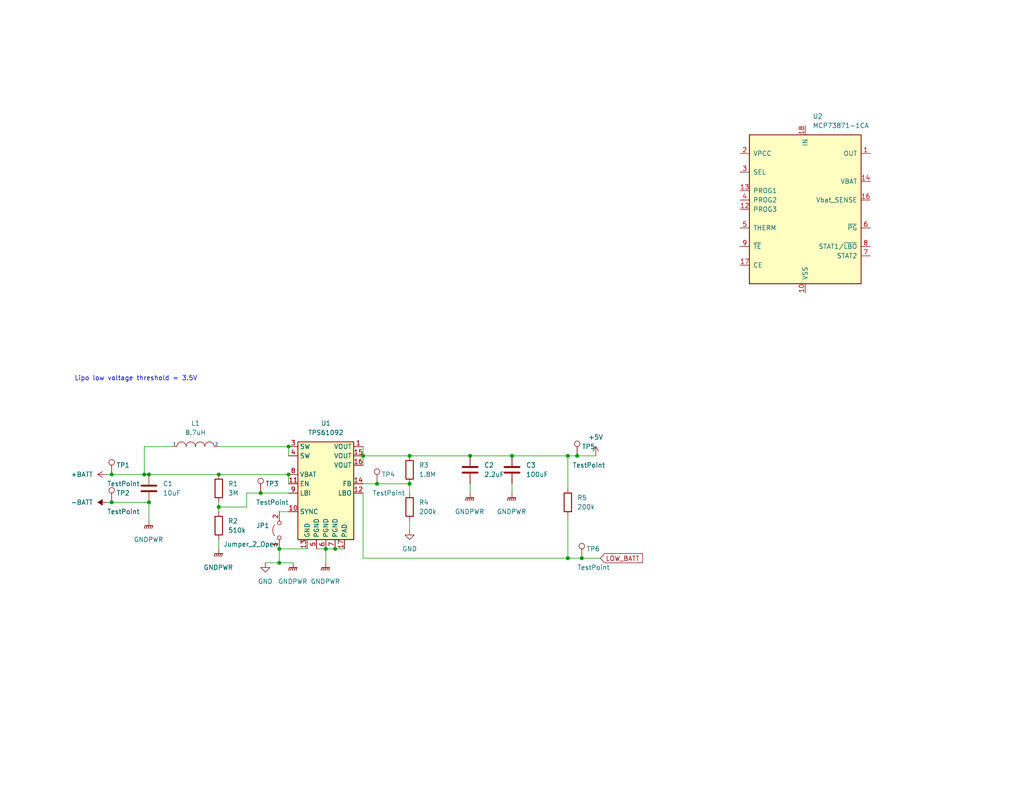
<source format=kicad_sch>
(kicad_sch (version 20211123) (generator eeschema)

  (uuid 9538e4ed-27e6-4c37-b989-9859dc0d49e8)

  (paper "USLetter")

  (title_block
    (rev "1")
    (comment 1 "Designed for OSH Park 2 Layer Prototype")
  )

  (lib_symbols
    (symbol "Battery_Management:MCP73871-1CA" (pin_names (offset 1.016)) (in_bom yes) (on_board yes)
      (property "Reference" "U" (id 0) (at -7.62 24.13 0)
        (effects (font (size 1.27 1.27)) (justify left))
      )
      (property "Value" "MCP73871-1CA" (id 1) (at -15.24 21.59 0)
        (effects (font (size 1.27 1.27)) (justify left))
      )
      (property "Footprint" "Package_DFN_QFN:QFN-20-1EP_4x4mm_P0.5mm_EP2.5x2.5mm" (id 2) (at 5.08 -22.86 0)
        (effects (font (size 1.27 1.27) italic) (justify left) hide)
      )
      (property "Datasheet" "http://www.mouser.com/ds/2/268/22090a-52174.pdf" (id 3) (at -3.81 13.97 0)
        (effects (font (size 1.27 1.27)) hide)
      )
      (property "ki_keywords" "battery charger lithium" (id 4) (at 0 0 0)
        (effects (font (size 1.27 1.27)) hide)
      )
      (property "ki_description" "Single cell, Li-Ion/Li-Po charge management controller, 4.10V, 6h safety timer" (id 5) (at 0 0 0)
        (effects (font (size 1.27 1.27)) hide)
      )
      (property "ki_fp_filters" "QFN*4x4mm*P0.5mm*" (id 6) (at 0 0 0)
        (effects (font (size 1.27 1.27)) hide)
      )
      (symbol "MCP73871-1CA_0_1"
        (rectangle (start -15.24 20.32) (end 15.24 -20.32)
          (stroke (width 0.254) (type default) (color 0 0 0 0))
          (fill (type background))
        )
      )
      (symbol "MCP73871-1CA_1_1"
        (pin power_out line (at 17.78 15.24 180) (length 2.54)
          (name "OUT" (effects (font (size 1.27 1.27))))
          (number "1" (effects (font (size 1.27 1.27))))
        )
        (pin power_in line (at 0 -22.86 90) (length 2.54)
          (name "VSS" (effects (font (size 1.27 1.27))))
          (number "10" (effects (font (size 1.27 1.27))))
        )
        (pin passive line (at 0 -22.86 90) (length 2.54) hide
          (name "VSS" (effects (font (size 1.27 1.27))))
          (number "11" (effects (font (size 1.27 1.27))))
        )
        (pin bidirectional line (at -17.78 0 0) (length 2.54)
          (name "PROG3" (effects (font (size 1.27 1.27))))
          (number "12" (effects (font (size 1.27 1.27))))
        )
        (pin bidirectional line (at -17.78 5.08 0) (length 2.54)
          (name "PROG1" (effects (font (size 1.27 1.27))))
          (number "13" (effects (font (size 1.27 1.27))))
        )
        (pin power_out line (at 17.78 7.62 180) (length 2.54)
          (name "VBAT" (effects (font (size 1.27 1.27))))
          (number "14" (effects (font (size 1.27 1.27))))
        )
        (pin passive line (at 17.78 7.62 180) (length 2.54) hide
          (name "VBAT" (effects (font (size 1.27 1.27))))
          (number "15" (effects (font (size 1.27 1.27))))
        )
        (pin input line (at 17.78 2.54 180) (length 2.54)
          (name "Vbat_SENSE" (effects (font (size 1.27 1.27))))
          (number "16" (effects (font (size 1.27 1.27))))
        )
        (pin input line (at -17.78 -15.24 0) (length 2.54)
          (name "CE" (effects (font (size 1.27 1.27))))
          (number "17" (effects (font (size 1.27 1.27))))
        )
        (pin power_in line (at 0 22.86 270) (length 2.54)
          (name "IN" (effects (font (size 1.27 1.27))))
          (number "18" (effects (font (size 1.27 1.27))))
        )
        (pin passive line (at 0 22.86 270) (length 2.54) hide
          (name "IN" (effects (font (size 1.27 1.27))))
          (number "19" (effects (font (size 1.27 1.27))))
        )
        (pin input line (at -17.78 15.24 0) (length 2.54)
          (name "VPCC" (effects (font (size 1.27 1.27))))
          (number "2" (effects (font (size 1.27 1.27))))
        )
        (pin passive line (at 17.78 15.24 180) (length 2.54) hide
          (name "OUT" (effects (font (size 1.27 1.27))))
          (number "20" (effects (font (size 1.27 1.27))))
        )
        (pin passive line (at 0 -22.86 90) (length 2.54) hide
          (name "VSS" (effects (font (size 1.27 1.27))))
          (number "21" (effects (font (size 1.27 1.27))))
        )
        (pin input line (at -17.78 10.16 0) (length 2.54)
          (name "SEL" (effects (font (size 1.27 1.27))))
          (number "3" (effects (font (size 1.27 1.27))))
        )
        (pin input line (at -17.78 2.54 0) (length 2.54)
          (name "PROG2" (effects (font (size 1.27 1.27))))
          (number "4" (effects (font (size 1.27 1.27))))
        )
        (pin bidirectional line (at -17.78 -5.08 0) (length 2.54)
          (name "THERM" (effects (font (size 1.27 1.27))))
          (number "5" (effects (font (size 1.27 1.27))))
        )
        (pin open_collector line (at 17.78 -5.08 180) (length 2.54)
          (name "~{PG}" (effects (font (size 1.27 1.27))))
          (number "6" (effects (font (size 1.27 1.27))))
        )
        (pin open_collector line (at 17.78 -12.7 180) (length 2.54)
          (name "STAT2" (effects (font (size 1.27 1.27))))
          (number "7" (effects (font (size 1.27 1.27))))
        )
        (pin open_collector line (at 17.78 -10.16 180) (length 2.54)
          (name "STAT1/~{LBO}" (effects (font (size 1.27 1.27))))
          (number "8" (effects (font (size 1.27 1.27))))
        )
        (pin input line (at -17.78 -10.16 0) (length 2.54)
          (name "~{TE}" (effects (font (size 1.27 1.27))))
          (number "9" (effects (font (size 1.27 1.27))))
        )
      )
    )
    (symbol "Connector:TestPoint" (pin_numbers hide) (pin_names (offset 0.762) hide) (in_bom yes) (on_board yes)
      (property "Reference" "TP" (id 0) (at 0 6.858 0)
        (effects (font (size 1.27 1.27)))
      )
      (property "Value" "TestPoint" (id 1) (at 0 5.08 0)
        (effects (font (size 1.27 1.27)))
      )
      (property "Footprint" "" (id 2) (at 5.08 0 0)
        (effects (font (size 1.27 1.27)) hide)
      )
      (property "Datasheet" "~" (id 3) (at 5.08 0 0)
        (effects (font (size 1.27 1.27)) hide)
      )
      (property "ki_keywords" "test point tp" (id 4) (at 0 0 0)
        (effects (font (size 1.27 1.27)) hide)
      )
      (property "ki_description" "test point" (id 5) (at 0 0 0)
        (effects (font (size 1.27 1.27)) hide)
      )
      (property "ki_fp_filters" "Pin* Test*" (id 6) (at 0 0 0)
        (effects (font (size 1.27 1.27)) hide)
      )
      (symbol "TestPoint_0_1"
        (circle (center 0 3.302) (radius 0.762)
          (stroke (width 0) (type default) (color 0 0 0 0))
          (fill (type none))
        )
      )
      (symbol "TestPoint_1_1"
        (pin passive line (at 0 0 90) (length 2.54)
          (name "1" (effects (font (size 1.27 1.27))))
          (number "1" (effects (font (size 1.27 1.27))))
        )
      )
    )
    (symbol "Device:C" (pin_numbers hide) (pin_names (offset 0.254)) (in_bom yes) (on_board yes)
      (property "Reference" "C" (id 0) (at 0.635 2.54 0)
        (effects (font (size 1.27 1.27)) (justify left))
      )
      (property "Value" "C" (id 1) (at 0.635 -2.54 0)
        (effects (font (size 1.27 1.27)) (justify left))
      )
      (property "Footprint" "" (id 2) (at 0.9652 -3.81 0)
        (effects (font (size 1.27 1.27)) hide)
      )
      (property "Datasheet" "~" (id 3) (at 0 0 0)
        (effects (font (size 1.27 1.27)) hide)
      )
      (property "ki_keywords" "cap capacitor" (id 4) (at 0 0 0)
        (effects (font (size 1.27 1.27)) hide)
      )
      (property "ki_description" "Unpolarized capacitor" (id 5) (at 0 0 0)
        (effects (font (size 1.27 1.27)) hide)
      )
      (property "ki_fp_filters" "C_*" (id 6) (at 0 0 0)
        (effects (font (size 1.27 1.27)) hide)
      )
      (symbol "C_0_1"
        (polyline
          (pts
            (xy -2.032 -0.762)
            (xy 2.032 -0.762)
          )
          (stroke (width 0.508) (type default) (color 0 0 0 0))
          (fill (type none))
        )
        (polyline
          (pts
            (xy -2.032 0.762)
            (xy 2.032 0.762)
          )
          (stroke (width 0.508) (type default) (color 0 0 0 0))
          (fill (type none))
        )
      )
      (symbol "C_1_1"
        (pin passive line (at 0 3.81 270) (length 2.794)
          (name "~" (effects (font (size 1.27 1.27))))
          (number "1" (effects (font (size 1.27 1.27))))
        )
        (pin passive line (at 0 -3.81 90) (length 2.794)
          (name "~" (effects (font (size 1.27 1.27))))
          (number "2" (effects (font (size 1.27 1.27))))
        )
      )
    )
    (symbol "Device:R" (pin_numbers hide) (pin_names (offset 0)) (in_bom yes) (on_board yes)
      (property "Reference" "R" (id 0) (at 2.032 0 90)
        (effects (font (size 1.27 1.27)))
      )
      (property "Value" "R" (id 1) (at 0 0 90)
        (effects (font (size 1.27 1.27)))
      )
      (property "Footprint" "" (id 2) (at -1.778 0 90)
        (effects (font (size 1.27 1.27)) hide)
      )
      (property "Datasheet" "~" (id 3) (at 0 0 0)
        (effects (font (size 1.27 1.27)) hide)
      )
      (property "ki_keywords" "R res resistor" (id 4) (at 0 0 0)
        (effects (font (size 1.27 1.27)) hide)
      )
      (property "ki_description" "Resistor" (id 5) (at 0 0 0)
        (effects (font (size 1.27 1.27)) hide)
      )
      (property "ki_fp_filters" "R_*" (id 6) (at 0 0 0)
        (effects (font (size 1.27 1.27)) hide)
      )
      (symbol "R_0_1"
        (rectangle (start -1.016 -2.54) (end 1.016 2.54)
          (stroke (width 0.254) (type default) (color 0 0 0 0))
          (fill (type none))
        )
      )
      (symbol "R_1_1"
        (pin passive line (at 0 3.81 270) (length 1.27)
          (name "~" (effects (font (size 1.27 1.27))))
          (number "1" (effects (font (size 1.27 1.27))))
        )
        (pin passive line (at 0 -3.81 90) (length 1.27)
          (name "~" (effects (font (size 1.27 1.27))))
          (number "2" (effects (font (size 1.27 1.27))))
        )
      )
    )
    (symbol "Jumper:Jumper_2_Open" (pin_names (offset 0) hide) (in_bom yes) (on_board yes)
      (property "Reference" "JP" (id 0) (at 0 2.794 0)
        (effects (font (size 1.27 1.27)))
      )
      (property "Value" "Jumper_2_Open" (id 1) (at 0 -2.286 0)
        (effects (font (size 1.27 1.27)))
      )
      (property "Footprint" "" (id 2) (at 0 0 0)
        (effects (font (size 1.27 1.27)) hide)
      )
      (property "Datasheet" "~" (id 3) (at 0 0 0)
        (effects (font (size 1.27 1.27)) hide)
      )
      (property "ki_keywords" "Jumper SPST" (id 4) (at 0 0 0)
        (effects (font (size 1.27 1.27)) hide)
      )
      (property "ki_description" "Jumper, 2-pole, open" (id 5) (at 0 0 0)
        (effects (font (size 1.27 1.27)) hide)
      )
      (property "ki_fp_filters" "Jumper* TestPoint*2Pads* TestPoint*Bridge*" (id 6) (at 0 0 0)
        (effects (font (size 1.27 1.27)) hide)
      )
      (symbol "Jumper_2_Open_0_0"
        (circle (center -2.032 0) (radius 0.508)
          (stroke (width 0) (type default) (color 0 0 0 0))
          (fill (type none))
        )
        (circle (center 2.032 0) (radius 0.508)
          (stroke (width 0) (type default) (color 0 0 0 0))
          (fill (type none))
        )
      )
      (symbol "Jumper_2_Open_0_1"
        (arc (start 1.524 1.27) (mid 0 1.778) (end -1.524 1.27)
          (stroke (width 0) (type default) (color 0 0 0 0))
          (fill (type none))
        )
      )
      (symbol "Jumper_2_Open_1_1"
        (pin passive line (at -5.08 0 0) (length 2.54)
          (name "A" (effects (font (size 1.27 1.27))))
          (number "1" (effects (font (size 1.27 1.27))))
        )
        (pin passive line (at 5.08 0 180) (length 2.54)
          (name "B" (effects (font (size 1.27 1.27))))
          (number "2" (effects (font (size 1.27 1.27))))
        )
      )
    )
    (symbol "Regulator_Switching:TPS61092" (in_bom yes) (on_board yes)
      (property "Reference" "U" (id 0) (at -7.62 15.24 0)
        (effects (font (size 1.27 1.27)) (justify left))
      )
      (property "Value" "TPS61092" (id 1) (at 1.27 15.24 0)
        (effects (font (size 1.27 1.27)) (justify left))
      )
      (property "Footprint" "Package_DFN_QFN:Texas_S-PVQFN-N16_EP2.7x2.7mm_ThermalVias" (id 2) (at -24.13 -26.67 0)
        (effects (font (size 1.27 1.27)) (justify left) hide)
      )
      (property "Datasheet" "http://www.ti.com/lit/ds/symlink/tps61090.pdf" (id 3) (at 3.81 -29.21 0)
        (effects (font (size 1.27 1.27)) (justify left) hide)
      )
      (property "ki_keywords" "Fixed 5V 2A battery boost converter" (id 4) (at 0 0 0)
        (effects (font (size 1.27 1.27)) hide)
      )
      (property "ki_description" "2A Step-Up DC-DC Converter for Batteries, Isw up to 2500mA, 5V Output Voltage, QFN-16" (id 5) (at 0 0 0)
        (effects (font (size 1.27 1.27)) hide)
      )
      (property "ki_fp_filters" "Texas*S?PVQFN?N*" (id 6) (at 0 0 0)
        (effects (font (size 1.27 1.27)) hide)
      )
      (symbol "TPS61092_0_0"
        (pin power_out line (at 10.16 12.7 180) (length 2.54)
          (name "VOUT" (effects (font (size 1.27 1.27))))
          (number "1" (effects (font (size 1.27 1.27))))
        )
        (pin input line (at -10.16 -5.08 0) (length 2.54)
          (name "SYNC" (effects (font (size 1.27 1.27))))
          (number "10" (effects (font (size 1.27 1.27))))
        )
        (pin input line (at -10.16 2.54 0) (length 2.54)
          (name "EN" (effects (font (size 1.27 1.27))))
          (number "11" (effects (font (size 1.27 1.27))))
        )
        (pin open_collector line (at 10.16 0 180) (length 2.54)
          (name "LBO" (effects (font (size 1.27 1.27))))
          (number "12" (effects (font (size 1.27 1.27))))
        )
        (pin power_in line (at -5.08 -15.24 90) (length 2.54)
          (name "GND" (effects (font (size 1.27 1.27))))
          (number "13" (effects (font (size 1.27 1.27))))
        )
        (pin input line (at 10.16 2.54 180) (length 2.54)
          (name "FB" (effects (font (size 1.27 1.27))))
          (number "14" (effects (font (size 1.27 1.27))))
        )
        (pin passive line (at 10.16 10.16 180) (length 2.54)
          (name "VOUT" (effects (font (size 1.27 1.27))))
          (number "15" (effects (font (size 1.27 1.27))))
        )
        (pin passive line (at 10.16 7.62 180) (length 2.54)
          (name "VOUT" (effects (font (size 1.27 1.27))))
          (number "16" (effects (font (size 1.27 1.27))))
        )
        (pin power_in line (at 5.08 -15.24 90) (length 2.54)
          (name "PAD" (effects (font (size 1.27 1.27))))
          (number "17" (effects (font (size 1.27 1.27))))
        )
        (pin no_connect line (at 10.16 -5.08 180) (length 2.54) hide
          (name "NC" (effects (font (size 1.27 1.27))))
          (number "2" (effects (font (size 1.27 1.27))))
        )
        (pin passive line (at -10.16 12.7 0) (length 2.54)
          (name "SW" (effects (font (size 1.27 1.27))))
          (number "3" (effects (font (size 1.27 1.27))))
        )
        (pin passive line (at -10.16 10.16 0) (length 2.54)
          (name "SW" (effects (font (size 1.27 1.27))))
          (number "4" (effects (font (size 1.27 1.27))))
        )
        (pin power_in line (at -2.54 -15.24 90) (length 2.54)
          (name "PGND" (effects (font (size 1.27 1.27))))
          (number "5" (effects (font (size 1.27 1.27))))
        )
        (pin power_in line (at 0 -15.24 90) (length 2.54)
          (name "PGND" (effects (font (size 1.27 1.27))))
          (number "6" (effects (font (size 1.27 1.27))))
        )
        (pin power_in line (at 2.54 -15.24 90) (length 2.54)
          (name "PGND" (effects (font (size 1.27 1.27))))
          (number "7" (effects (font (size 1.27 1.27))))
        )
        (pin power_in line (at -10.16 5.08 0) (length 2.54)
          (name "VBAT" (effects (font (size 1.27 1.27))))
          (number "8" (effects (font (size 1.27 1.27))))
        )
        (pin input line (at -10.16 0 0) (length 2.54)
          (name "LBI" (effects (font (size 1.27 1.27))))
          (number "9" (effects (font (size 1.27 1.27))))
        )
      )
      (symbol "TPS61092_0_1"
        (rectangle (start -7.62 13.97) (end 7.62 -12.7)
          (stroke (width 0.254) (type default) (color 0 0 0 0))
          (fill (type background))
        )
      )
    )
    (symbol "power:+5V" (power) (pin_names (offset 0)) (in_bom yes) (on_board yes)
      (property "Reference" "#PWR" (id 0) (at 0 -3.81 0)
        (effects (font (size 1.27 1.27)) hide)
      )
      (property "Value" "+5V" (id 1) (at 0 3.556 0)
        (effects (font (size 1.27 1.27)))
      )
      (property "Footprint" "" (id 2) (at 0 0 0)
        (effects (font (size 1.27 1.27)) hide)
      )
      (property "Datasheet" "" (id 3) (at 0 0 0)
        (effects (font (size 1.27 1.27)) hide)
      )
      (property "ki_keywords" "power-flag" (id 4) (at 0 0 0)
        (effects (font (size 1.27 1.27)) hide)
      )
      (property "ki_description" "Power symbol creates a global label with name \"+5V\"" (id 5) (at 0 0 0)
        (effects (font (size 1.27 1.27)) hide)
      )
      (symbol "+5V_0_1"
        (polyline
          (pts
            (xy -0.762 1.27)
            (xy 0 2.54)
          )
          (stroke (width 0) (type default) (color 0 0 0 0))
          (fill (type none))
        )
        (polyline
          (pts
            (xy 0 0)
            (xy 0 2.54)
          )
          (stroke (width 0) (type default) (color 0 0 0 0))
          (fill (type none))
        )
        (polyline
          (pts
            (xy 0 2.54)
            (xy 0.762 1.27)
          )
          (stroke (width 0) (type default) (color 0 0 0 0))
          (fill (type none))
        )
      )
      (symbol "+5V_1_1"
        (pin power_in line (at 0 0 90) (length 0) hide
          (name "+5V" (effects (font (size 1.27 1.27))))
          (number "1" (effects (font (size 1.27 1.27))))
        )
      )
    )
    (symbol "power:+BATT" (power) (pin_names (offset 0)) (in_bom yes) (on_board yes)
      (property "Reference" "#PWR" (id 0) (at 0 -3.81 0)
        (effects (font (size 1.27 1.27)) hide)
      )
      (property "Value" "+BATT" (id 1) (at 0 3.556 0)
        (effects (font (size 1.27 1.27)))
      )
      (property "Footprint" "" (id 2) (at 0 0 0)
        (effects (font (size 1.27 1.27)) hide)
      )
      (property "Datasheet" "" (id 3) (at 0 0 0)
        (effects (font (size 1.27 1.27)) hide)
      )
      (property "ki_keywords" "power-flag battery" (id 4) (at 0 0 0)
        (effects (font (size 1.27 1.27)) hide)
      )
      (property "ki_description" "Power symbol creates a global label with name \"+BATT\"" (id 5) (at 0 0 0)
        (effects (font (size 1.27 1.27)) hide)
      )
      (symbol "+BATT_0_1"
        (polyline
          (pts
            (xy -0.762 1.27)
            (xy 0 2.54)
          )
          (stroke (width 0) (type default) (color 0 0 0 0))
          (fill (type none))
        )
        (polyline
          (pts
            (xy 0 0)
            (xy 0 2.54)
          )
          (stroke (width 0) (type default) (color 0 0 0 0))
          (fill (type none))
        )
        (polyline
          (pts
            (xy 0 2.54)
            (xy 0.762 1.27)
          )
          (stroke (width 0) (type default) (color 0 0 0 0))
          (fill (type none))
        )
      )
      (symbol "+BATT_1_1"
        (pin power_in line (at 0 0 90) (length 0) hide
          (name "+BATT" (effects (font (size 1.27 1.27))))
          (number "1" (effects (font (size 1.27 1.27))))
        )
      )
    )
    (symbol "power:-BATT" (power) (pin_names (offset 0)) (in_bom yes) (on_board yes)
      (property "Reference" "#PWR" (id 0) (at 0 -3.81 0)
        (effects (font (size 1.27 1.27)) hide)
      )
      (property "Value" "-BATT" (id 1) (at 0 3.556 0)
        (effects (font (size 1.27 1.27)))
      )
      (property "Footprint" "" (id 2) (at 0 0 0)
        (effects (font (size 1.27 1.27)) hide)
      )
      (property "Datasheet" "" (id 3) (at 0 0 0)
        (effects (font (size 1.27 1.27)) hide)
      )
      (property "ki_keywords" "power-flag battery" (id 4) (at 0 0 0)
        (effects (font (size 1.27 1.27)) hide)
      )
      (property "ki_description" "Power symbol creates a global label with name \"-BATT\"" (id 5) (at 0 0 0)
        (effects (font (size 1.27 1.27)) hide)
      )
      (symbol "-BATT_0_1"
        (polyline
          (pts
            (xy 0 0)
            (xy 0 2.54)
          )
          (stroke (width 0) (type default) (color 0 0 0 0))
          (fill (type none))
        )
        (polyline
          (pts
            (xy 0.762 1.27)
            (xy -0.762 1.27)
            (xy 0 2.54)
            (xy 0.762 1.27)
          )
          (stroke (width 0) (type default) (color 0 0 0 0))
          (fill (type outline))
        )
      )
      (symbol "-BATT_1_1"
        (pin power_in line (at 0 0 90) (length 0) hide
          (name "-BATT" (effects (font (size 1.27 1.27))))
          (number "1" (effects (font (size 1.27 1.27))))
        )
      )
    )
    (symbol "power:GND" (power) (pin_names (offset 0)) (in_bom yes) (on_board yes)
      (property "Reference" "#PWR" (id 0) (at 0 -6.35 0)
        (effects (font (size 1.27 1.27)) hide)
      )
      (property "Value" "GND" (id 1) (at 0 -3.81 0)
        (effects (font (size 1.27 1.27)))
      )
      (property "Footprint" "" (id 2) (at 0 0 0)
        (effects (font (size 1.27 1.27)) hide)
      )
      (property "Datasheet" "" (id 3) (at 0 0 0)
        (effects (font (size 1.27 1.27)) hide)
      )
      (property "ki_keywords" "power-flag" (id 4) (at 0 0 0)
        (effects (font (size 1.27 1.27)) hide)
      )
      (property "ki_description" "Power symbol creates a global label with name \"GND\" , ground" (id 5) (at 0 0 0)
        (effects (font (size 1.27 1.27)) hide)
      )
      (symbol "GND_0_1"
        (polyline
          (pts
            (xy 0 0)
            (xy 0 -1.27)
            (xy 1.27 -1.27)
            (xy 0 -2.54)
            (xy -1.27 -1.27)
            (xy 0 -1.27)
          )
          (stroke (width 0) (type default) (color 0 0 0 0))
          (fill (type none))
        )
      )
      (symbol "GND_1_1"
        (pin power_in line (at 0 0 270) (length 0) hide
          (name "GND" (effects (font (size 1.27 1.27))))
          (number "1" (effects (font (size 1.27 1.27))))
        )
      )
    )
    (symbol "power:GNDPWR" (power) (pin_names (offset 0)) (in_bom yes) (on_board yes)
      (property "Reference" "#PWR" (id 0) (at 0 -5.08 0)
        (effects (font (size 1.27 1.27)) hide)
      )
      (property "Value" "GNDPWR" (id 1) (at 0 -3.302 0)
        (effects (font (size 1.27 1.27)))
      )
      (property "Footprint" "" (id 2) (at 0 -1.27 0)
        (effects (font (size 1.27 1.27)) hide)
      )
      (property "Datasheet" "" (id 3) (at 0 -1.27 0)
        (effects (font (size 1.27 1.27)) hide)
      )
      (property "ki_keywords" "power-flag" (id 4) (at 0 0 0)
        (effects (font (size 1.27 1.27)) hide)
      )
      (property "ki_description" "Power symbol creates a global label with name \"GNDPWR\" , power ground" (id 5) (at 0 0 0)
        (effects (font (size 1.27 1.27)) hide)
      )
      (symbol "GNDPWR_0_1"
        (polyline
          (pts
            (xy 0 -1.27)
            (xy 0 0)
          )
          (stroke (width 0) (type default) (color 0 0 0 0))
          (fill (type none))
        )
        (polyline
          (pts
            (xy -1.016 -1.27)
            (xy -1.27 -2.032)
            (xy -1.27 -2.032)
          )
          (stroke (width 0.2032) (type default) (color 0 0 0 0))
          (fill (type none))
        )
        (polyline
          (pts
            (xy -0.508 -1.27)
            (xy -0.762 -2.032)
            (xy -0.762 -2.032)
          )
          (stroke (width 0.2032) (type default) (color 0 0 0 0))
          (fill (type none))
        )
        (polyline
          (pts
            (xy 0 -1.27)
            (xy -0.254 -2.032)
            (xy -0.254 -2.032)
          )
          (stroke (width 0.2032) (type default) (color 0 0 0 0))
          (fill (type none))
        )
        (polyline
          (pts
            (xy 0.508 -1.27)
            (xy 0.254 -2.032)
            (xy 0.254 -2.032)
          )
          (stroke (width 0.2032) (type default) (color 0 0 0 0))
          (fill (type none))
        )
        (polyline
          (pts
            (xy 1.016 -1.27)
            (xy -1.016 -1.27)
            (xy -1.016 -1.27)
          )
          (stroke (width 0.2032) (type default) (color 0 0 0 0))
          (fill (type none))
        )
        (polyline
          (pts
            (xy 1.016 -1.27)
            (xy 0.762 -2.032)
            (xy 0.762 -2.032)
            (xy 0.762 -2.032)
          )
          (stroke (width 0.2032) (type default) (color 0 0 0 0))
          (fill (type none))
        )
      )
      (symbol "GNDPWR_1_1"
        (pin power_in line (at 0 0 270) (length 0) hide
          (name "GNDPWR" (effects (font (size 1.27 1.27))))
          (number "1" (effects (font (size 1.27 1.27))))
        )
      )
    )
    (symbol "pspice:INDUCTOR" (pin_numbers hide) (pin_names (offset 0)) (in_bom yes) (on_board yes)
      (property "Reference" "L" (id 0) (at 0 2.54 0)
        (effects (font (size 1.27 1.27)))
      )
      (property "Value" "INDUCTOR" (id 1) (at 0 -1.27 0)
        (effects (font (size 1.27 1.27)))
      )
      (property "Footprint" "" (id 2) (at 0 0 0)
        (effects (font (size 1.27 1.27)) hide)
      )
      (property "Datasheet" "~" (id 3) (at 0 0 0)
        (effects (font (size 1.27 1.27)) hide)
      )
      (property "ki_keywords" "simulation" (id 4) (at 0 0 0)
        (effects (font (size 1.27 1.27)) hide)
      )
      (property "ki_description" "Inductor symbol for simulation only" (id 5) (at 0 0 0)
        (effects (font (size 1.27 1.27)) hide)
      )
      (symbol "INDUCTOR_0_1"
        (arc (start -2.54 0) (mid -3.81 1.27) (end -5.08 0)
          (stroke (width 0) (type default) (color 0 0 0 0))
          (fill (type none))
        )
        (arc (start 0 0) (mid -1.27 1.27) (end -2.54 0)
          (stroke (width 0) (type default) (color 0 0 0 0))
          (fill (type none))
        )
        (arc (start 2.54 0) (mid 1.27 1.27) (end 0 0)
          (stroke (width 0) (type default) (color 0 0 0 0))
          (fill (type none))
        )
        (arc (start 5.08 0) (mid 3.81 1.27) (end 2.54 0)
          (stroke (width 0) (type default) (color 0 0 0 0))
          (fill (type none))
        )
      )
      (symbol "INDUCTOR_1_1"
        (pin input line (at -6.35 0 0) (length 1.27)
          (name "1" (effects (font (size 0.762 0.762))))
          (number "1" (effects (font (size 0.762 0.762))))
        )
        (pin input line (at 6.35 0 180) (length 1.27)
          (name "2" (effects (font (size 0.762 0.762))))
          (number "2" (effects (font (size 0.762 0.762))))
        )
      )
    )
  )

  (junction (at 78.74 129.54) (diameter 0) (color 0 0 0 0)
    (uuid 02416724-a14d-4d2e-aedc-0daa86dd6722)
  )
  (junction (at 71.12 134.62) (diameter 0) (color 0 0 0 0)
    (uuid 3347491f-89a8-4938-9d51-d25b6255d1e7)
  )
  (junction (at 30.48 137.16) (diameter 0) (color 0 0 0 0)
    (uuid 3b4ea94f-9dcd-4c4e-9239-af272e194105)
  )
  (junction (at 91.44 149.86) (diameter 0) (color 0 0 0 0)
    (uuid 409ea1a7-d8b8-4237-9861-ef0d27a52de0)
  )
  (junction (at 76.2 153.67) (diameter 0) (color 0 0 0 0)
    (uuid 4aeadc78-363b-4426-aac8-04d3ad1ba0f4)
  )
  (junction (at 111.76 124.46) (diameter 0) (color 0 0 0 0)
    (uuid 4ef5d5f8-03c1-42e7-bda1-72b1babad5e9)
  )
  (junction (at 111.76 132.08) (diameter 0) (color 0 0 0 0)
    (uuid 5c552686-cb8e-4496-bae0-a30d877ca751)
  )
  (junction (at 40.64 137.16) (diameter 0) (color 0 0 0 0)
    (uuid 63afd6d0-4490-4114-aefb-b4a63008d921)
  )
  (junction (at 59.69 138.43) (diameter 0) (color 0 0 0 0)
    (uuid 648a3abb-cc49-438c-8e79-58ea5e47396c)
  )
  (junction (at 154.94 124.46) (diameter 0) (color 0 0 0 0)
    (uuid 6f30dddf-88ea-4d9e-b341-5cc57bff0c56)
  )
  (junction (at 102.87 132.08) (diameter 0) (color 0 0 0 0)
    (uuid 6fa6f021-7d9e-4df7-bb55-385a7929636f)
  )
  (junction (at 78.74 121.92) (diameter 0) (color 0 0 0 0)
    (uuid 6fe4240e-9f2b-4a2a-9d53-90cab6dd4fef)
  )
  (junction (at 128.27 124.46) (diameter 0) (color 0 0 0 0)
    (uuid 704cb462-44aa-428d-8e4d-f2beaacbfd26)
  )
  (junction (at 99.06 124.46) (diameter 0) (color 0 0 0 0)
    (uuid 7369ce19-3a7e-44ed-93dc-675b7b8e3487)
  )
  (junction (at 39.37 129.54) (diameter 0) (color 0 0 0 0)
    (uuid 7d76f8b8-753a-4b79-938e-d387aaaf026f)
  )
  (junction (at 139.7 124.46) (diameter 0) (color 0 0 0 0)
    (uuid 96eac7b6-6851-4c27-a12a-ed5f5f5034be)
  )
  (junction (at 59.69 129.54) (diameter 0) (color 0 0 0 0)
    (uuid a9518f21-6539-40da-9e16-a41199a4d283)
  )
  (junction (at 158.75 152.4) (diameter 0) (color 0 0 0 0)
    (uuid af02d616-3b1a-4004-8658-9ff85e302044)
  )
  (junction (at 88.9 149.86) (diameter 0) (color 0 0 0 0)
    (uuid c5b81f5f-fea8-4f73-94f0-99d3ad889487)
  )
  (junction (at 154.94 152.4) (diameter 0) (color 0 0 0 0)
    (uuid ce88f556-d2f4-44e3-b061-08b420e8ce77)
  )
  (junction (at 30.48 129.54) (diameter 0) (color 0 0 0 0)
    (uuid e386b0dd-612e-4db4-ac9a-0c3f258e9409)
  )
  (junction (at 40.64 129.54) (diameter 0) (color 0 0 0 0)
    (uuid ed74a157-f07d-46ac-9b34-eb600724737e)
  )
  (junction (at 157.48 124.46) (diameter 0) (color 0 0 0 0)
    (uuid f8b633a0-7371-4c63-b478-d30df5d8e530)
  )
  (junction (at 76.2 149.86) (diameter 0) (color 0 0 0 0)
    (uuid fc39f7bc-af42-478e-8bf3-a74a390ca649)
  )

  (wire (pts (xy 86.36 149.86) (xy 88.9 149.86))
    (stroke (width 0) (type default) (color 0 0 0 0))
    (uuid 02d5d4ec-68a1-4611-811f-cf5e0c49e712)
  )
  (wire (pts (xy 83.82 149.86) (xy 76.2 149.86))
    (stroke (width 0) (type default) (color 0 0 0 0))
    (uuid 0dfa51b2-daf3-4f79-bed4-c1ad4472f5a7)
  )
  (wire (pts (xy 128.27 132.08) (xy 128.27 134.62))
    (stroke (width 0) (type default) (color 0 0 0 0))
    (uuid 108735b3-2edd-421b-985a-495b602c3e49)
  )
  (wire (pts (xy 91.44 149.86) (xy 93.98 149.86))
    (stroke (width 0) (type default) (color 0 0 0 0))
    (uuid 124e6937-e1cb-408a-8bfc-63dec95ff744)
  )
  (wire (pts (xy 40.64 129.54) (xy 59.69 129.54))
    (stroke (width 0) (type default) (color 0 0 0 0))
    (uuid 1415aa60-0a9c-47c0-9437-a20f56b76b95)
  )
  (wire (pts (xy 99.06 152.4) (xy 154.94 152.4))
    (stroke (width 0) (type default) (color 0 0 0 0))
    (uuid 141ccf99-7a70-44e5-ac7c-89f1a2d4244b)
  )
  (wire (pts (xy 39.37 121.92) (xy 46.99 121.92))
    (stroke (width 0) (type default) (color 0 0 0 0))
    (uuid 1fcbffc8-6049-4d50-a3d2-893c77e354c7)
  )
  (wire (pts (xy 59.69 129.54) (xy 78.74 129.54))
    (stroke (width 0) (type default) (color 0 0 0 0))
    (uuid 25cc3f3b-10ea-4fb1-9fb3-88fc0cafc26c)
  )
  (wire (pts (xy 154.94 124.46) (xy 154.94 133.35))
    (stroke (width 0) (type default) (color 0 0 0 0))
    (uuid 30b0d632-a4a7-43e7-bcb0-17ece2afd9ea)
  )
  (wire (pts (xy 111.76 124.46) (xy 128.27 124.46))
    (stroke (width 0) (type default) (color 0 0 0 0))
    (uuid 3acf508f-d842-4ec1-9ec8-31866c73a252)
  )
  (wire (pts (xy 78.74 121.92) (xy 78.74 124.46))
    (stroke (width 0) (type default) (color 0 0 0 0))
    (uuid 3fb88558-1b0e-44e7-8b64-ab5fbae501e7)
  )
  (wire (pts (xy 139.7 124.46) (xy 154.94 124.46))
    (stroke (width 0) (type default) (color 0 0 0 0))
    (uuid 3fdbf130-7228-4d93-a548-9a8539dad255)
  )
  (wire (pts (xy 158.75 152.4) (xy 163.83 152.4))
    (stroke (width 0) (type default) (color 0 0 0 0))
    (uuid 425e40fc-ab90-4e79-ae22-54be09f919e9)
  )
  (wire (pts (xy 154.94 152.4) (xy 158.75 152.4))
    (stroke (width 0) (type default) (color 0 0 0 0))
    (uuid 42f4adac-e019-4435-a666-c3478a5df1fc)
  )
  (wire (pts (xy 154.94 124.46) (xy 157.48 124.46))
    (stroke (width 0) (type default) (color 0 0 0 0))
    (uuid 4f39601f-53ab-41a2-a2ab-0684114e79bf)
  )
  (wire (pts (xy 88.9 149.86) (xy 91.44 149.86))
    (stroke (width 0) (type default) (color 0 0 0 0))
    (uuid 4ffee582-b070-41b0-8d2f-72208fa5c62d)
  )
  (wire (pts (xy 71.12 134.62) (xy 67.31 134.62))
    (stroke (width 0) (type default) (color 0 0 0 0))
    (uuid 53801f48-00b6-4210-80d2-e92309631d2c)
  )
  (wire (pts (xy 139.7 132.08) (xy 139.7 134.62))
    (stroke (width 0) (type default) (color 0 0 0 0))
    (uuid 5609a9e8-9fe8-4420-9fc6-d4d2187e318d)
  )
  (wire (pts (xy 99.06 132.08) (xy 102.87 132.08))
    (stroke (width 0) (type default) (color 0 0 0 0))
    (uuid 5622d471-2e02-43d8-9e8b-590323a5972c)
  )
  (wire (pts (xy 111.76 142.24) (xy 111.76 144.78))
    (stroke (width 0) (type default) (color 0 0 0 0))
    (uuid 5d57a618-c8a9-4d13-a4d1-2e887e6e0a4c)
  )
  (wire (pts (xy 78.74 134.62) (xy 71.12 134.62))
    (stroke (width 0) (type default) (color 0 0 0 0))
    (uuid 5db6585d-35f2-4fc6-9e05-0b852344b223)
  )
  (wire (pts (xy 76.2 139.7) (xy 78.74 139.7))
    (stroke (width 0) (type default) (color 0 0 0 0))
    (uuid 6e5d9fe7-887c-4ae7-86a0-9af67a2f40f6)
  )
  (wire (pts (xy 111.76 132.08) (xy 111.76 134.62))
    (stroke (width 0) (type default) (color 0 0 0 0))
    (uuid 769abbdb-dd6e-433c-8b02-d81d3eb4a167)
  )
  (wire (pts (xy 59.69 121.92) (xy 78.74 121.92))
    (stroke (width 0) (type default) (color 0 0 0 0))
    (uuid 84d6b027-6aad-4146-b411-2d1d7d090a2b)
  )
  (wire (pts (xy 102.87 132.08) (xy 111.76 132.08))
    (stroke (width 0) (type default) (color 0 0 0 0))
    (uuid 8d8422c9-363a-4aa0-8abd-18bd43c231ae)
  )
  (wire (pts (xy 67.31 138.43) (xy 59.69 138.43))
    (stroke (width 0) (type default) (color 0 0 0 0))
    (uuid 915b2f15-7adb-493b-ab82-2c9219a2b5fe)
  )
  (wire (pts (xy 78.74 129.54) (xy 78.74 132.08))
    (stroke (width 0) (type default) (color 0 0 0 0))
    (uuid 98dc3286-f72a-49fb-a1fa-741af929788d)
  )
  (wire (pts (xy 59.69 147.32) (xy 59.69 149.86))
    (stroke (width 0) (type default) (color 0 0 0 0))
    (uuid 9d4ea65a-fb75-488f-84fb-dd81745e53cf)
  )
  (wire (pts (xy 29.21 129.54) (xy 30.48 129.54))
    (stroke (width 0) (type default) (color 0 0 0 0))
    (uuid 9dcac4bd-fe9b-4c66-97d6-efab081f89bd)
  )
  (wire (pts (xy 39.37 121.92) (xy 39.37 129.54))
    (stroke (width 0) (type default) (color 0 0 0 0))
    (uuid a0ee1128-5b6d-4df7-b764-b0fa932c968b)
  )
  (wire (pts (xy 39.37 129.54) (xy 40.64 129.54))
    (stroke (width 0) (type default) (color 0 0 0 0))
    (uuid a4403195-fba8-45e5-ba8a-2ee045685bc9)
  )
  (wire (pts (xy 76.2 153.67) (xy 80.01 153.67))
    (stroke (width 0) (type default) (color 0 0 0 0))
    (uuid a97e0379-3347-44c9-8d6b-635f7667e50a)
  )
  (wire (pts (xy 99.06 124.46) (xy 111.76 124.46))
    (stroke (width 0) (type default) (color 0 0 0 0))
    (uuid afe0318a-f9dd-4d95-ab04-027373a10ee7)
  )
  (wire (pts (xy 99.06 134.62) (xy 99.06 152.4))
    (stroke (width 0) (type default) (color 0 0 0 0))
    (uuid b3b55983-0242-41fd-bb0d-9fe9443cf908)
  )
  (wire (pts (xy 40.64 137.16) (xy 40.64 142.24))
    (stroke (width 0) (type default) (color 0 0 0 0))
    (uuid b5d36834-0e61-4106-9226-9c26ff4530c0)
  )
  (wire (pts (xy 154.94 140.97) (xy 154.94 152.4))
    (stroke (width 0) (type default) (color 0 0 0 0))
    (uuid b77778ef-2389-4d65-916f-2fd26b14f238)
  )
  (wire (pts (xy 76.2 149.86) (xy 76.2 153.67))
    (stroke (width 0) (type default) (color 0 0 0 0))
    (uuid c0690375-0200-4971-93f0-3ae5b1710cbd)
  )
  (wire (pts (xy 99.06 121.92) (xy 99.06 124.46))
    (stroke (width 0) (type default) (color 0 0 0 0))
    (uuid c08cacd2-b494-45a3-a05a-bbadc604a099)
  )
  (wire (pts (xy 128.27 124.46) (xy 139.7 124.46))
    (stroke (width 0) (type default) (color 0 0 0 0))
    (uuid d034c52c-1481-474c-a008-f46c52514ed3)
  )
  (wire (pts (xy 30.48 129.54) (xy 39.37 129.54))
    (stroke (width 0) (type default) (color 0 0 0 0))
    (uuid d7977c79-1b3a-4d61-a5df-23d02a42ef28)
  )
  (wire (pts (xy 67.31 134.62) (xy 67.31 138.43))
    (stroke (width 0) (type default) (color 0 0 0 0))
    (uuid d826e5d0-4b36-4ee6-9696-cbedd672cb50)
  )
  (wire (pts (xy 30.48 137.16) (xy 40.64 137.16))
    (stroke (width 0) (type default) (color 0 0 0 0))
    (uuid da171e0c-3a08-4d70-96dc-8df2de81cc2e)
  )
  (wire (pts (xy 59.69 138.43) (xy 59.69 139.7))
    (stroke (width 0) (type default) (color 0 0 0 0))
    (uuid db2cf40f-ae52-433e-ab34-6e09a3862c5a)
  )
  (wire (pts (xy 72.39 153.67) (xy 76.2 153.67))
    (stroke (width 0) (type default) (color 0 0 0 0))
    (uuid dcd500de-c229-4f02-bd3e-7523d1ac7a92)
  )
  (wire (pts (xy 88.9 149.86) (xy 88.9 153.67))
    (stroke (width 0) (type default) (color 0 0 0 0))
    (uuid e6bf0dfe-7440-4e3e-8e6d-d918b413c3a0)
  )
  (wire (pts (xy 99.06 124.46) (xy 99.06 127))
    (stroke (width 0) (type default) (color 0 0 0 0))
    (uuid e9b8fb4e-a921-4fc8-8686-8268f7c53fe9)
  )
  (wire (pts (xy 29.21 137.16) (xy 30.48 137.16))
    (stroke (width 0) (type default) (color 0 0 0 0))
    (uuid f9a1fbff-0cf6-454f-8e38-0968a3df5314)
  )
  (wire (pts (xy 59.69 137.16) (xy 59.69 138.43))
    (stroke (width 0) (type default) (color 0 0 0 0))
    (uuid fc8270ff-0f83-4ea4-95f0-3af1ce60bf7b)
  )
  (wire (pts (xy 157.48 124.46) (xy 162.56 124.46))
    (stroke (width 0) (type default) (color 0 0 0 0))
    (uuid fe06c6a7-26e1-4a22-8b90-e66696f0a90d)
  )

  (text "Lipo low voltage threshold = 3.5V" (at 20.32 104.14 0)
    (effects (font (size 1.27 1.27)) (justify left bottom))
    (uuid b95d7d2d-07bd-482f-892b-209e378cf06f)
  )

  (global_label "LOW_BATT" (shape input) (at 163.83 152.4 0) (fields_autoplaced)
    (effects (font (size 1.27 1.27)) (justify left))
    (uuid 3d1ebcec-5226-4c90-a9f4-0d7b533ebc8c)
    (property "Intersheet References" "${INTERSHEET_REFS}" (id 0) (at 175.2256 152.3206 0)
      (effects (font (size 1.27 1.27)) (justify left) hide)
    )
  )

  (symbol (lib_id "power:GNDPWR") (at 88.9 153.67 0) (unit 1)
    (in_bom yes) (on_board yes) (fields_autoplaced)
    (uuid 0aa0381b-4124-4eba-9cbe-37a54a671b48)
    (property "Reference" "#PWR0101" (id 0) (at 88.9 158.75 0)
      (effects (font (size 1.27 1.27)) hide)
    )
    (property "Value" "GNDPWR" (id 1) (at 88.773 158.75 0))
    (property "Footprint" "" (id 2) (at 88.9 154.94 0)
      (effects (font (size 1.27 1.27)) hide)
    )
    (property "Datasheet" "" (id 3) (at 88.9 154.94 0)
      (effects (font (size 1.27 1.27)) hide)
    )
    (pin "1" (uuid ce2ccb11-067d-4749-987e-dd3778e74fa3))
  )

  (symbol (lib_id "power:+BATT") (at 29.21 129.54 90) (unit 1)
    (in_bom yes) (on_board yes) (fields_autoplaced)
    (uuid 0eee0649-8aa8-4a81-b9a8-83c84527e21a)
    (property "Reference" "#PWR0111" (id 0) (at 33.02 129.54 0)
      (effects (font (size 1.27 1.27)) hide)
    )
    (property "Value" "+BATT" (id 1) (at 25.4 129.5399 90)
      (effects (font (size 1.27 1.27)) (justify left))
    )
    (property "Footprint" "" (id 2) (at 29.21 129.54 0)
      (effects (font (size 1.27 1.27)) hide)
    )
    (property "Datasheet" "" (id 3) (at 29.21 129.54 0)
      (effects (font (size 1.27 1.27)) hide)
    )
    (pin "1" (uuid ffd9f71a-1c87-4c23-a5d9-4b5f6884ee10))
  )

  (symbol (lib_id "Regulator_Switching:TPS61092") (at 88.9 134.62 0) (unit 1)
    (in_bom yes) (on_board yes) (fields_autoplaced)
    (uuid 10307caa-514d-4f6a-a563-ae96ef46e8d3)
    (property "Reference" "U1" (id 0) (at 88.9 115.57 0))
    (property "Value" "TPS61092" (id 1) (at 88.9 118.11 0))
    (property "Footprint" "Package_DFN_QFN:Texas_S-PVQFN-N16_EP2.7x2.7mm_ThermalVias" (id 2) (at 64.77 161.29 0)
      (effects (font (size 1.27 1.27)) (justify left) hide)
    )
    (property "Datasheet" "http://www.ti.com/lit/ds/symlink/tps61090.pdf" (id 3) (at 92.71 163.83 0)
      (effects (font (size 1.27 1.27)) (justify left) hide)
    )
    (property "Digikey #" "296-15240-2-ND" (id 4) (at 88.9 134.62 0)
      (effects (font (size 1.27 1.27)) hide)
    )
    (pin "1" (uuid a02c2b19-e7da-4a83-8984-460b1aec3571))
    (pin "10" (uuid f3cd850a-0f39-48eb-a1f8-68884c4d0ceb))
    (pin "11" (uuid b9263d46-1b33-4b9a-9bb6-70145432b785))
    (pin "12" (uuid a58437a2-c5aa-4e3b-8457-8df1c17493b6))
    (pin "13" (uuid 6515a994-5ac6-41af-a555-6d9918db2a06))
    (pin "14" (uuid ae9bda3c-3264-40c2-93b9-125bc3b7cb02))
    (pin "15" (uuid 78e8d1b4-3c8c-4e03-bc7c-a187c18d4751))
    (pin "16" (uuid bdc31f4c-c84c-4728-aa3e-d8ace7260ece))
    (pin "17" (uuid eec11157-51f6-411a-b23d-fb4db71172f7))
    (pin "2" (uuid c5bb503a-9033-4e73-b4aa-040fda3af294))
    (pin "3" (uuid 6bf339b1-313a-48bf-a9fe-387e4d6b2285))
    (pin "4" (uuid 4784b320-8f97-46b2-9108-a09cda4d52fa))
    (pin "5" (uuid 979e6861-11d4-42b9-988c-2d2dc4d85063))
    (pin "6" (uuid 089f912d-76f3-4e68-a4de-4abb427b550d))
    (pin "7" (uuid 10a9e6b8-9cc6-4f10-a68f-6ff22b06c30d))
    (pin "8" (uuid b16bcf26-c2b5-4c1e-a018-18cd2b334f79))
    (pin "9" (uuid b89b9758-0b67-44bc-818f-2cb868ac1ff8))
  )

  (symbol (lib_id "power:GNDPWR") (at 59.69 149.86 0) (unit 1)
    (in_bom yes) (on_board yes) (fields_autoplaced)
    (uuid 2309dc3f-1482-4151-91cc-cb19586b3a82)
    (property "Reference" "#PWR0104" (id 0) (at 59.69 154.94 0)
      (effects (font (size 1.27 1.27)) hide)
    )
    (property "Value" "GNDPWR" (id 1) (at 59.563 154.94 0))
    (property "Footprint" "" (id 2) (at 59.69 151.13 0)
      (effects (font (size 1.27 1.27)) hide)
    )
    (property "Datasheet" "" (id 3) (at 59.69 151.13 0)
      (effects (font (size 1.27 1.27)) hide)
    )
    (pin "1" (uuid dc2c0aaf-1d59-4273-b334-505b73baef84))
  )

  (symbol (lib_id "Device:R") (at 59.69 133.35 0) (unit 1)
    (in_bom yes) (on_board yes) (fields_autoplaced)
    (uuid 24d65863-2154-46a1-8d8a-76dec4fc659f)
    (property "Reference" "R1" (id 0) (at 62.23 132.0799 0)
      (effects (font (size 1.27 1.27)) (justify left))
    )
    (property "Value" "3M" (id 1) (at 62.23 134.6199 0)
      (effects (font (size 1.27 1.27)) (justify left))
    )
    (property "Footprint" "Resistor_SMD:R_0805_2012Metric" (id 2) (at 57.912 133.35 90)
      (effects (font (size 1.27 1.27)) hide)
    )
    (property "Datasheet" "~" (id 3) (at 59.69 133.35 0)
      (effects (font (size 1.27 1.27)) hide)
    )
    (property "Digikey #" "311-3.0MARTR-ND" (id 4) (at 59.69 133.35 0)
      (effects (font (size 1.27 1.27)) hide)
    )
    (pin "1" (uuid 8441d3c1-d034-4b26-ab0f-71bf53ef895e))
    (pin "2" (uuid 76c8085f-5e0b-478f-b7c4-21c3823cb2e5))
  )

  (symbol (lib_id "Connector:TestPoint") (at 102.87 132.08 0) (unit 1)
    (in_bom yes) (on_board yes)
    (uuid 27e70327-32b9-44ba-9ef0-455a547ca656)
    (property "Reference" "TP4" (id 0) (at 104.14 129.54 0)
      (effects (font (size 1.27 1.27)) (justify left))
    )
    (property "Value" "TestPoint" (id 1) (at 101.6 134.62 0)
      (effects (font (size 1.27 1.27)) (justify left))
    )
    (property "Footprint" "TestPoint:TestPoint_Pad_4.0x4.0mm" (id 2) (at 107.95 132.08 0)
      (effects (font (size 1.27 1.27)) hide)
    )
    (property "Datasheet" "~" (id 3) (at 107.95 132.08 0)
      (effects (font (size 1.27 1.27)) hide)
    )
    (pin "1" (uuid d09bd6cd-62ab-45dc-8825-c552efdf6e37))
  )

  (symbol (lib_id "Device:C") (at 128.27 128.27 0) (unit 1)
    (in_bom yes) (on_board yes) (fields_autoplaced)
    (uuid 32b1119d-d772-42b3-aab5-8922a11c650f)
    (property "Reference" "C2" (id 0) (at 132.08 126.9999 0)
      (effects (font (size 1.27 1.27)) (justify left))
    )
    (property "Value" "2.2uF" (id 1) (at 132.08 129.5399 0)
      (effects (font (size 1.27 1.27)) (justify left))
    )
    (property "Footprint" "Capacitor_SMD:C_0805_2012Metric" (id 2) (at 129.2352 132.08 0)
      (effects (font (size 1.27 1.27)) hide)
    )
    (property "Datasheet" "~" (id 3) (at 128.27 128.27 0)
      (effects (font (size 1.27 1.27)) hide)
    )
    (property "Digikey #" "1276-1188-2-ND" (id 4) (at 128.27 128.27 0)
      (effects (font (size 1.27 1.27)) hide)
    )
    (pin "1" (uuid 92261647-cfa8-4897-bd30-3f3b58d8d2cd))
    (pin "2" (uuid 57729c45-c0ec-43e9-8878-ed004aa1d11c))
  )

  (symbol (lib_id "Connector:TestPoint") (at 30.48 129.54 0) (unit 1)
    (in_bom yes) (on_board yes)
    (uuid 3579ab22-36bf-4601-9449-f911ebdde37f)
    (property "Reference" "TP1" (id 0) (at 31.75 127 0)
      (effects (font (size 1.27 1.27)) (justify left))
    )
    (property "Value" "TestPoint" (id 1) (at 29.21 132.08 0)
      (effects (font (size 1.27 1.27)) (justify left))
    )
    (property "Footprint" "TestPoint:TestPoint_Pad_4.0x4.0mm" (id 2) (at 35.56 129.54 0)
      (effects (font (size 1.27 1.27)) hide)
    )
    (property "Datasheet" "~" (id 3) (at 35.56 129.54 0)
      (effects (font (size 1.27 1.27)) hide)
    )
    (pin "1" (uuid ab03fce2-3d2a-4298-9733-d0a3524e5497))
  )

  (symbol (lib_id "Device:C") (at 139.7 128.27 0) (unit 1)
    (in_bom yes) (on_board yes) (fields_autoplaced)
    (uuid 3eb5f7bf-a0b8-4780-933f-1922df61dce8)
    (property "Reference" "C3" (id 0) (at 143.51 126.9999 0)
      (effects (font (size 1.27 1.27)) (justify left))
    )
    (property "Value" "100uF" (id 1) (at 143.51 129.5399 0)
      (effects (font (size 1.27 1.27)) (justify left))
    )
    (property "Footprint" "Capacitor_Tantalum_SMD:CP_EIA-7343-15_Kemet-W" (id 2) (at 140.6652 132.08 0)
      (effects (font (size 1.27 1.27)) hide)
    )
    (property "Datasheet" "~" (id 3) (at 139.7 128.27 0)
      (effects (font (size 1.27 1.27)) hide)
    )
    (property "Digikey #" "718-1464-2-ND" (id 4) (at 139.7 128.27 0)
      (effects (font (size 1.27 1.27)) hide)
    )
    (pin "1" (uuid a6c90a3d-dcb1-400e-b6de-cd62f26ce981))
    (pin "2" (uuid 8327bfcc-680c-4c60-8c42-45e4a5a7f17f))
  )

  (symbol (lib_id "Device:R") (at 154.94 137.16 0) (unit 1)
    (in_bom yes) (on_board yes) (fields_autoplaced)
    (uuid 4241a4eb-08e9-47f4-b2e8-ff43c6563c6f)
    (property "Reference" "R5" (id 0) (at 157.48 135.8899 0)
      (effects (font (size 1.27 1.27)) (justify left))
    )
    (property "Value" "200k" (id 1) (at 157.48 138.4299 0)
      (effects (font (size 1.27 1.27)) (justify left))
    )
    (property "Footprint" "Resistor_SMD:R_0805_2012Metric" (id 2) (at 153.162 137.16 90)
      (effects (font (size 1.27 1.27)) hide)
    )
    (property "Datasheet" "~" (id 3) (at 154.94 137.16 0)
      (effects (font (size 1.27 1.27)) hide)
    )
    (property "Digikey #" "RR12P200KDTR-ND" (id 4) (at 154.94 137.16 0)
      (effects (font (size 1.27 1.27)) hide)
    )
    (pin "1" (uuid df204b6d-deec-4177-bec6-779fc858886e))
    (pin "2" (uuid 2393399d-041e-4aa8-a076-0b924750ead6))
  )

  (symbol (lib_id "power:+5V") (at 162.56 124.46 0) (unit 1)
    (in_bom yes) (on_board yes) (fields_autoplaced)
    (uuid 4a4f4a43-0396-4fc9-93b3-32293779a32f)
    (property "Reference" "#PWR0108" (id 0) (at 162.56 128.27 0)
      (effects (font (size 1.27 1.27)) hide)
    )
    (property "Value" "+5V" (id 1) (at 162.56 119.38 0))
    (property "Footprint" "" (id 2) (at 162.56 124.46 0)
      (effects (font (size 1.27 1.27)) hide)
    )
    (property "Datasheet" "" (id 3) (at 162.56 124.46 0)
      (effects (font (size 1.27 1.27)) hide)
    )
    (pin "1" (uuid fe0ab023-884f-4789-96c4-c9b91b049760))
  )

  (symbol (lib_id "power:GND") (at 72.39 153.67 0) (unit 1)
    (in_bom yes) (on_board yes) (fields_autoplaced)
    (uuid 5a333844-82be-410c-9657-b1b94bee1ca5)
    (property "Reference" "#PWR0103" (id 0) (at 72.39 160.02 0)
      (effects (font (size 1.27 1.27)) hide)
    )
    (property "Value" "GND" (id 1) (at 72.39 158.75 0))
    (property "Footprint" "" (id 2) (at 72.39 153.67 0)
      (effects (font (size 1.27 1.27)) hide)
    )
    (property "Datasheet" "" (id 3) (at 72.39 153.67 0)
      (effects (font (size 1.27 1.27)) hide)
    )
    (pin "1" (uuid 1646c9fb-0559-4464-9482-891fce44f303))
  )

  (symbol (lib_id "Jumper:Jumper_2_Open") (at 76.2 144.78 90) (unit 1)
    (in_bom yes) (on_board yes)
    (uuid 60e8a1ad-bc73-48f2-8f8f-02b96ded4368)
    (property "Reference" "JP1" (id 0) (at 69.85 143.51 90)
      (effects (font (size 1.27 1.27)) (justify right))
    )
    (property "Value" "Jumper_2_Open" (id 1) (at 60.96 148.59 90)
      (effects (font (size 1.27 1.27)) (justify right))
    )
    (property "Footprint" "Jumper:SolderJumper-2_P1.3mm_Open_TrianglePad1.0x1.5mm" (id 2) (at 76.2 144.78 0)
      (effects (font (size 1.27 1.27)) hide)
    )
    (property "Datasheet" "~" (id 3) (at 76.2 144.78 0)
      (effects (font (size 1.27 1.27)) hide)
    )
    (property "Digikey #" "296-15240-2-ND" (id 4) (at 76.2 144.78 90)
      (effects (font (size 1.27 1.27)) hide)
    )
    (pin "1" (uuid 46115a68-db7b-4812-b71f-57d04f893fde))
    (pin "2" (uuid c5783ebd-a360-4281-8a88-66108653c877))
  )

  (symbol (lib_id "power:GND") (at 111.76 144.78 0) (unit 1)
    (in_bom yes) (on_board yes) (fields_autoplaced)
    (uuid 66625a2c-1556-4436-b77f-76cd5cd16d6e)
    (property "Reference" "#PWR0107" (id 0) (at 111.76 151.13 0)
      (effects (font (size 1.27 1.27)) hide)
    )
    (property "Value" "GND" (id 1) (at 111.76 149.86 0))
    (property "Footprint" "" (id 2) (at 111.76 144.78 0)
      (effects (font (size 1.27 1.27)) hide)
    )
    (property "Datasheet" "" (id 3) (at 111.76 144.78 0)
      (effects (font (size 1.27 1.27)) hide)
    )
    (pin "1" (uuid 873a8ca7-37e3-49a9-8960-38f5545d9bbe))
  )

  (symbol (lib_id "pspice:INDUCTOR") (at 53.34 121.92 0) (unit 1)
    (in_bom yes) (on_board yes) (fields_autoplaced)
    (uuid 67fd6f3a-65c2-4a89-89ee-a314fefc3a9d)
    (property "Reference" "L1" (id 0) (at 53.34 115.57 0))
    (property "Value" "8.7uH" (id 1) (at 53.34 118.11 0))
    (property "Footprint" "" (id 2) (at 53.34 121.92 0)
      (effects (font (size 1.27 1.27)) hide)
    )
    (property "Datasheet" "~" (id 3) (at 53.34 121.92 0)
      (effects (font (size 1.27 1.27)) hide)
    )
    (property "Digikey #" "2457-MSS7341-872NLD-ND" (id 4) (at 53.34 121.92 0)
      (effects (font (size 1.27 1.27)) hide)
    )
    (pin "1" (uuid 5e0d6ba6-2130-4031-872b-743426accefd))
    (pin "2" (uuid ed7ca3bf-5f95-4e7c-bf72-a8e6897a53a9))
  )

  (symbol (lib_id "Connector:TestPoint") (at 71.12 134.62 0) (unit 1)
    (in_bom yes) (on_board yes)
    (uuid 70a6eb7a-bc1b-40a6-9a07-c292a87241b1)
    (property "Reference" "TP3" (id 0) (at 72.39 132.08 0)
      (effects (font (size 1.27 1.27)) (justify left))
    )
    (property "Value" "TestPoint" (id 1) (at 69.85 137.16 0)
      (effects (font (size 1.27 1.27)) (justify left))
    )
    (property "Footprint" "TestPoint:TestPoint_Pad_4.0x4.0mm" (id 2) (at 76.2 134.62 0)
      (effects (font (size 1.27 1.27)) hide)
    )
    (property "Datasheet" "~" (id 3) (at 76.2 134.62 0)
      (effects (font (size 1.27 1.27)) hide)
    )
    (pin "1" (uuid d280db98-3bd9-49bc-a6a0-4545962390b1))
  )

  (symbol (lib_id "Connector:TestPoint") (at 30.48 137.16 0) (unit 1)
    (in_bom yes) (on_board yes)
    (uuid 745e70d2-ccd1-40fb-96d3-39fcaf94eaab)
    (property "Reference" "TP2" (id 0) (at 31.75 134.62 0)
      (effects (font (size 1.27 1.27)) (justify left))
    )
    (property "Value" "TestPoint" (id 1) (at 29.21 139.7 0)
      (effects (font (size 1.27 1.27)) (justify left))
    )
    (property "Footprint" "TestPoint:TestPoint_Pad_4.0x4.0mm" (id 2) (at 35.56 137.16 0)
      (effects (font (size 1.27 1.27)) hide)
    )
    (property "Datasheet" "~" (id 3) (at 35.56 137.16 0)
      (effects (font (size 1.27 1.27)) hide)
    )
    (pin "1" (uuid f3200d3f-377e-4cd0-a0b5-a34247372707))
  )

  (symbol (lib_id "Connector:TestPoint") (at 157.48 124.46 0) (unit 1)
    (in_bom yes) (on_board yes)
    (uuid 81b94f96-e2af-4c51-816b-e181b29110c8)
    (property "Reference" "TP5" (id 0) (at 158.75 121.92 0)
      (effects (font (size 1.27 1.27)) (justify left))
    )
    (property "Value" "TestPoint" (id 1) (at 156.21 127 0)
      (effects (font (size 1.27 1.27)) (justify left))
    )
    (property "Footprint" "TestPoint:TestPoint_Pad_4.0x4.0mm" (id 2) (at 162.56 124.46 0)
      (effects (font (size 1.27 1.27)) hide)
    )
    (property "Datasheet" "~" (id 3) (at 162.56 124.46 0)
      (effects (font (size 1.27 1.27)) hide)
    )
    (pin "1" (uuid d4f23467-eac0-4a30-b8d7-b78184034b89))
  )

  (symbol (lib_id "Device:R") (at 111.76 128.27 0) (unit 1)
    (in_bom yes) (on_board yes) (fields_autoplaced)
    (uuid 89b06a44-ae72-41f2-b15b-2601e140ca48)
    (property "Reference" "R3" (id 0) (at 114.3 126.9999 0)
      (effects (font (size 1.27 1.27)) (justify left))
    )
    (property "Value" "1.8M" (id 1) (at 114.3 129.5399 0)
      (effects (font (size 1.27 1.27)) (justify left))
    )
    (property "Footprint" "Resistor_SMD:R_0805_2012Metric" (id 2) (at 109.982 128.27 90)
      (effects (font (size 1.27 1.27)) hide)
    )
    (property "Datasheet" "~" (id 3) (at 111.76 128.27 0)
      (effects (font (size 1.27 1.27)) hide)
    )
    (property "Digikey #" "P1.80MCTR-ND" (id 4) (at 111.76 128.27 0)
      (effects (font (size 1.27 1.27)) hide)
    )
    (pin "1" (uuid baedddb7-8d85-46c0-b47d-6a4b0673b27c))
    (pin "2" (uuid be858b44-6b47-4a9e-a873-33cde0b9efdc))
  )

  (symbol (lib_id "Battery_Management:MCP73871-1CA") (at 219.71 57.15 0) (unit 1)
    (in_bom yes) (on_board yes) (fields_autoplaced)
    (uuid 97079de9-1717-4b6c-873c-603a726425a0)
    (property "Reference" "U2" (id 0) (at 221.7294 31.75 0)
      (effects (font (size 1.27 1.27)) (justify left))
    )
    (property "Value" "MCP73871-1CA" (id 1) (at 221.7294 34.29 0)
      (effects (font (size 1.27 1.27)) (justify left))
    )
    (property "Footprint" "Package_DFN_QFN:QFN-20-1EP_4x4mm_P0.5mm_EP2.5x2.5mm" (id 2) (at 224.79 80.01 0)
      (effects (font (size 1.27 1.27) italic) (justify left) hide)
    )
    (property "Datasheet" "http://www.mouser.com/ds/2/268/22090a-52174.pdf" (id 3) (at 215.9 43.18 0)
      (effects (font (size 1.27 1.27)) hide)
    )
    (property "Digkey #" "MCP73871-2CAI/ML-ND" (id 4) (at 219.71 57.15 0)
      (effects (font (size 1.27 1.27)) hide)
    )
    (pin "1" (uuid 685bf253-7e51-40ec-8d43-57d69d12e5e2))
    (pin "10" (uuid 5eac54c5-305d-41d6-8b17-f9ef74142fc5))
    (pin "11" (uuid 6f0c5ee5-513f-4f11-a16e-82eaa0a4cc2e))
    (pin "12" (uuid e5520adb-fe9f-4193-a184-87fad7728a77))
    (pin "13" (uuid b355f178-f675-40a2-aecb-53f0379cc7b1))
    (pin "14" (uuid 9945b7fe-7b45-4463-b75c-db2a3f90be20))
    (pin "15" (uuid 818de9ea-7fa1-4529-aa2e-1d629501d948))
    (pin "16" (uuid d9984eea-e5d7-4728-b7aa-e608a2e306ce))
    (pin "17" (uuid 92a2e3c0-e206-4adf-bb3d-cf2cacf27f2e))
    (pin "18" (uuid b9ad1130-10e2-4405-9330-61241cdbaded))
    (pin "19" (uuid 4860b7ca-5462-43f4-a38e-eb1a17b607b0))
    (pin "2" (uuid 2ec81aca-4f53-4379-8de4-713725a488df))
    (pin "20" (uuid 613d5360-951e-4e7b-9e1d-cf1d7792e11c))
    (pin "21" (uuid 57af4f01-ac41-4af4-82f3-1beb1a71e39c))
    (pin "3" (uuid 9a4e5762-ed1c-4d5b-9017-7b401f7ec7a6))
    (pin "4" (uuid 4f19d979-ca23-4166-ac96-3154906599a9))
    (pin "5" (uuid 86a6874e-53f7-416b-9243-882fce4f0181))
    (pin "6" (uuid fed94f7c-83ff-4a30-b98e-627f7db1d066))
    (pin "7" (uuid 99b67c4b-8d1c-4052-b2db-28cfef12faf7))
    (pin "8" (uuid e7c484b9-d66a-48e9-9a0f-b72b77f5ed52))
    (pin "9" (uuid dc241a4f-4a55-4e52-9b5e-2ab04fca978e))
  )

  (symbol (lib_id "Device:C") (at 40.64 133.35 0) (unit 1)
    (in_bom yes) (on_board yes) (fields_autoplaced)
    (uuid 97b5bd17-bb35-4b1a-8650-263c4447a3e6)
    (property "Reference" "C1" (id 0) (at 44.45 132.0799 0)
      (effects (font (size 1.27 1.27)) (justify left))
    )
    (property "Value" "10uF" (id 1) (at 44.45 134.6199 0)
      (effects (font (size 1.27 1.27)) (justify left))
    )
    (property "Footprint" "Capacitor_SMD:C_0805_2012Metric" (id 2) (at 41.6052 137.16 0)
      (effects (font (size 1.27 1.27)) hide)
    )
    (property "Datasheet" "~" (id 3) (at 40.64 133.35 0)
      (effects (font (size 1.27 1.27)) hide)
    )
    (property "Digikey #" "1276-6455-2-ND" (id 4) (at 40.64 133.35 0)
      (effects (font (size 1.27 1.27)) hide)
    )
    (pin "1" (uuid e8038054-de34-461e-9686-3c006d3b6269))
    (pin "2" (uuid 47ff0355-15ec-4aff-bea1-cac76ecaf04d))
  )

  (symbol (lib_id "power:-BATT") (at 29.21 137.16 90) (unit 1)
    (in_bom yes) (on_board yes) (fields_autoplaced)
    (uuid 98ecf3a1-9f18-4342-befa-459429b876d1)
    (property "Reference" "#PWR0110" (id 0) (at 33.02 137.16 0)
      (effects (font (size 1.27 1.27)) hide)
    )
    (property "Value" "-BATT" (id 1) (at 25.4 137.1599 90)
      (effects (font (size 1.27 1.27)) (justify left))
    )
    (property "Footprint" "" (id 2) (at 29.21 137.16 0)
      (effects (font (size 1.27 1.27)) hide)
    )
    (property "Datasheet" "" (id 3) (at 29.21 137.16 0)
      (effects (font (size 1.27 1.27)) hide)
    )
    (pin "1" (uuid f3c4982f-978a-4e89-96da-ae2bffb74b0d))
  )

  (symbol (lib_id "Device:R") (at 111.76 138.43 0) (unit 1)
    (in_bom yes) (on_board yes) (fields_autoplaced)
    (uuid 9936586c-e3d9-4296-b675-d4b08645e392)
    (property "Reference" "R4" (id 0) (at 114.3 137.1599 0)
      (effects (font (size 1.27 1.27)) (justify left))
    )
    (property "Value" "200k" (id 1) (at 114.3 139.6999 0)
      (effects (font (size 1.27 1.27)) (justify left))
    )
    (property "Footprint" "Resistor_SMD:R_0805_2012Metric" (id 2) (at 109.982 138.43 90)
      (effects (font (size 1.27 1.27)) hide)
    )
    (property "Datasheet" "~" (id 3) (at 111.76 138.43 0)
      (effects (font (size 1.27 1.27)) hide)
    )
    (property "Digikey #" "RR12P200KDTR-ND" (id 4) (at 111.76 138.43 0)
      (effects (font (size 1.27 1.27)) hide)
    )
    (pin "1" (uuid c32bdee9-850b-4d9e-baa6-b552c35ca885))
    (pin "2" (uuid 79f8d62a-b2c5-4eed-a216-2ccbdf50c4b0))
  )

  (symbol (lib_id "power:GNDPWR") (at 40.64 142.24 0) (unit 1)
    (in_bom yes) (on_board yes) (fields_autoplaced)
    (uuid a8be8723-bfb3-4643-a802-7b488bfa88c7)
    (property "Reference" "#PWR0109" (id 0) (at 40.64 147.32 0)
      (effects (font (size 1.27 1.27)) hide)
    )
    (property "Value" "GNDPWR" (id 1) (at 40.513 147.32 0))
    (property "Footprint" "" (id 2) (at 40.64 143.51 0)
      (effects (font (size 1.27 1.27)) hide)
    )
    (property "Datasheet" "" (id 3) (at 40.64 143.51 0)
      (effects (font (size 1.27 1.27)) hide)
    )
    (pin "1" (uuid f5f4ffa1-0523-4aac-9faf-720fc6e1257a))
  )

  (symbol (lib_id "power:GNDPWR") (at 139.7 134.62 0) (unit 1)
    (in_bom yes) (on_board yes) (fields_autoplaced)
    (uuid a9addb32-d68a-45df-b94b-0bbab6cf0f9d)
    (property "Reference" "#PWR0106" (id 0) (at 139.7 139.7 0)
      (effects (font (size 1.27 1.27)) hide)
    )
    (property "Value" "GNDPWR" (id 1) (at 139.573 139.7 0))
    (property "Footprint" "" (id 2) (at 139.7 135.89 0)
      (effects (font (size 1.27 1.27)) hide)
    )
    (property "Datasheet" "" (id 3) (at 139.7 135.89 0)
      (effects (font (size 1.27 1.27)) hide)
    )
    (pin "1" (uuid 75b9c53c-3081-4c37-88db-aec83cf5e0af))
  )

  (symbol (lib_id "Device:R") (at 59.69 143.51 0) (unit 1)
    (in_bom yes) (on_board yes) (fields_autoplaced)
    (uuid aed21c63-9316-45e5-b341-4d36629d2fb2)
    (property "Reference" "R2" (id 0) (at 62.23 142.2399 0)
      (effects (font (size 1.27 1.27)) (justify left))
    )
    (property "Value" "510k" (id 1) (at 62.23 144.7799 0)
      (effects (font (size 1.27 1.27)) (justify left))
    )
    (property "Footprint" "Resistor_SMD:R_0805_2012Metric" (id 2) (at 57.912 143.51 90)
      (effects (font (size 1.27 1.27)) hide)
    )
    (property "Datasheet" "~" (id 3) (at 59.69 143.51 0)
      (effects (font (size 1.27 1.27)) hide)
    )
    (property "Digikey #" "RMCF0805JT510KTR-ND" (id 4) (at 59.69 143.51 0)
      (effects (font (size 1.27 1.27)) hide)
    )
    (pin "1" (uuid f24f62cf-f376-444b-928f-063a73c7f3a2))
    (pin "2" (uuid e2b09f57-323f-43df-916c-056852033c09))
  )

  (symbol (lib_id "power:GNDPWR") (at 128.27 134.62 0) (unit 1)
    (in_bom yes) (on_board yes) (fields_autoplaced)
    (uuid b0f151eb-9f78-441c-8034-b7392ad56749)
    (property "Reference" "#PWR0105" (id 0) (at 128.27 139.7 0)
      (effects (font (size 1.27 1.27)) hide)
    )
    (property "Value" "GNDPWR" (id 1) (at 128.143 139.7 0))
    (property "Footprint" "" (id 2) (at 128.27 135.89 0)
      (effects (font (size 1.27 1.27)) hide)
    )
    (property "Datasheet" "" (id 3) (at 128.27 135.89 0)
      (effects (font (size 1.27 1.27)) hide)
    )
    (pin "1" (uuid 2cb6c6dd-9dd0-471e-b790-43daa51ccb62))
  )

  (symbol (lib_id "power:GNDPWR") (at 80.01 153.67 0) (unit 1)
    (in_bom yes) (on_board yes) (fields_autoplaced)
    (uuid b77118ce-499d-48a3-82be-d4c3c5e576a3)
    (property "Reference" "#PWR0102" (id 0) (at 80.01 158.75 0)
      (effects (font (size 1.27 1.27)) hide)
    )
    (property "Value" "GNDPWR" (id 1) (at 79.883 158.75 0))
    (property "Footprint" "" (id 2) (at 80.01 154.94 0)
      (effects (font (size 1.27 1.27)) hide)
    )
    (property "Datasheet" "" (id 3) (at 80.01 154.94 0)
      (effects (font (size 1.27 1.27)) hide)
    )
    (pin "1" (uuid b5bd76bd-f854-4f7f-9da1-c02191220bd3))
  )

  (symbol (lib_id "Connector:TestPoint") (at 158.75 152.4 0) (unit 1)
    (in_bom yes) (on_board yes)
    (uuid c98d869c-877a-4084-a87d-65d3ace255f9)
    (property "Reference" "TP6" (id 0) (at 160.02 149.86 0)
      (effects (font (size 1.27 1.27)) (justify left))
    )
    (property "Value" "TestPoint" (id 1) (at 157.48 154.94 0)
      (effects (font (size 1.27 1.27)) (justify left))
    )
    (property "Footprint" "TestPoint:TestPoint_Pad_4.0x4.0mm" (id 2) (at 163.83 152.4 0)
      (effects (font (size 1.27 1.27)) hide)
    )
    (property "Datasheet" "~" (id 3) (at 163.83 152.4 0)
      (effects (font (size 1.27 1.27)) hide)
    )
    (pin "1" (uuid 3b6dec88-1eb7-49cb-80c0-a8ed26134e49))
  )

  (sheet_instances
    (path "/" (page "1"))
  )

  (symbol_instances
    (path "/0aa0381b-4124-4eba-9cbe-37a54a671b48"
      (reference "#PWR0101") (unit 1) (value "GNDPWR") (footprint "")
    )
    (path "/b77118ce-499d-48a3-82be-d4c3c5e576a3"
      (reference "#PWR0102") (unit 1) (value "GNDPWR") (footprint "")
    )
    (path "/5a333844-82be-410c-9657-b1b94bee1ca5"
      (reference "#PWR0103") (unit 1) (value "GND") (footprint "")
    )
    (path "/2309dc3f-1482-4151-91cc-cb19586b3a82"
      (reference "#PWR0104") (unit 1) (value "GNDPWR") (footprint "")
    )
    (path "/b0f151eb-9f78-441c-8034-b7392ad56749"
      (reference "#PWR0105") (unit 1) (value "GNDPWR") (footprint "")
    )
    (path "/a9addb32-d68a-45df-b94b-0bbab6cf0f9d"
      (reference "#PWR0106") (unit 1) (value "GNDPWR") (footprint "")
    )
    (path "/66625a2c-1556-4436-b77f-76cd5cd16d6e"
      (reference "#PWR0107") (unit 1) (value "GND") (footprint "")
    )
    (path "/4a4f4a43-0396-4fc9-93b3-32293779a32f"
      (reference "#PWR0108") (unit 1) (value "+5V") (footprint "")
    )
    (path "/a8be8723-bfb3-4643-a802-7b488bfa88c7"
      (reference "#PWR0109") (unit 1) (value "GNDPWR") (footprint "")
    )
    (path "/98ecf3a1-9f18-4342-befa-459429b876d1"
      (reference "#PWR0110") (unit 1) (value "-BATT") (footprint "")
    )
    (path "/0eee0649-8aa8-4a81-b9a8-83c84527e21a"
      (reference "#PWR0111") (unit 1) (value "+BATT") (footprint "")
    )
    (path "/97b5bd17-bb35-4b1a-8650-263c4447a3e6"
      (reference "C1") (unit 1) (value "10uF") (footprint "Capacitor_SMD:C_0805_2012Metric")
    )
    (path "/32b1119d-d772-42b3-aab5-8922a11c650f"
      (reference "C2") (unit 1) (value "2.2uF") (footprint "Capacitor_SMD:C_0805_2012Metric")
    )
    (path "/3eb5f7bf-a0b8-4780-933f-1922df61dce8"
      (reference "C3") (unit 1) (value "100uF") (footprint "Capacitor_Tantalum_SMD:CP_EIA-7343-15_Kemet-W")
    )
    (path "/60e8a1ad-bc73-48f2-8f8f-02b96ded4368"
      (reference "JP1") (unit 1) (value "Jumper_2_Open") (footprint "Jumper:SolderJumper-2_P1.3mm_Open_TrianglePad1.0x1.5mm")
    )
    (path "/67fd6f3a-65c2-4a89-89ee-a314fefc3a9d"
      (reference "L1") (unit 1) (value "8.7uH") (footprint "")
    )
    (path "/24d65863-2154-46a1-8d8a-76dec4fc659f"
      (reference "R1") (unit 1) (value "3M") (footprint "Resistor_SMD:R_0805_2012Metric")
    )
    (path "/aed21c63-9316-45e5-b341-4d36629d2fb2"
      (reference "R2") (unit 1) (value "510k") (footprint "Resistor_SMD:R_0805_2012Metric")
    )
    (path "/89b06a44-ae72-41f2-b15b-2601e140ca48"
      (reference "R3") (unit 1) (value "1.8M") (footprint "Resistor_SMD:R_0805_2012Metric")
    )
    (path "/9936586c-e3d9-4296-b675-d4b08645e392"
      (reference "R4") (unit 1) (value "200k") (footprint "Resistor_SMD:R_0805_2012Metric")
    )
    (path "/4241a4eb-08e9-47f4-b2e8-ff43c6563c6f"
      (reference "R5") (unit 1) (value "200k") (footprint "Resistor_SMD:R_0805_2012Metric")
    )
    (path "/3579ab22-36bf-4601-9449-f911ebdde37f"
      (reference "TP1") (unit 1) (value "TestPoint") (footprint "TestPoint:TestPoint_Pad_4.0x4.0mm")
    )
    (path "/745e70d2-ccd1-40fb-96d3-39fcaf94eaab"
      (reference "TP2") (unit 1) (value "TestPoint") (footprint "TestPoint:TestPoint_Pad_4.0x4.0mm")
    )
    (path "/70a6eb7a-bc1b-40a6-9a07-c292a87241b1"
      (reference "TP3") (unit 1) (value "TestPoint") (footprint "TestPoint:TestPoint_Pad_4.0x4.0mm")
    )
    (path "/27e70327-32b9-44ba-9ef0-455a547ca656"
      (reference "TP4") (unit 1) (value "TestPoint") (footprint "TestPoint:TestPoint_Pad_4.0x4.0mm")
    )
    (path "/81b94f96-e2af-4c51-816b-e181b29110c8"
      (reference "TP5") (unit 1) (value "TestPoint") (footprint "TestPoint:TestPoint_Pad_4.0x4.0mm")
    )
    (path "/c98d869c-877a-4084-a87d-65d3ace255f9"
      (reference "TP6") (unit 1) (value "TestPoint") (footprint "TestPoint:TestPoint_Pad_4.0x4.0mm")
    )
    (path "/10307caa-514d-4f6a-a563-ae96ef46e8d3"
      (reference "U1") (unit 1) (value "TPS61092") (footprint "Package_DFN_QFN:Texas_S-PVQFN-N16_EP2.7x2.7mm_ThermalVias")
    )
    (path "/97079de9-1717-4b6c-873c-603a726425a0"
      (reference "U2") (unit 1) (value "MCP73871-1CA") (footprint "Package_DFN_QFN:QFN-20-1EP_4x4mm_P0.5mm_EP2.5x2.5mm")
    )
  )
)

</source>
